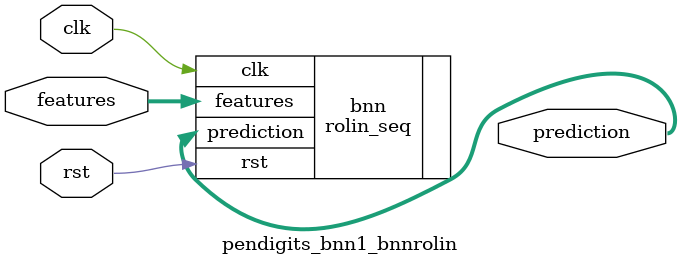
<source format=v>













module pendigits_bnn1_bnnrolin #(

parameter FEAT_CNT = 16,
parameter HIDDEN_CNT = 40,
parameter FEAT_BITS = 4,
parameter CLASS_CNT = 10,
parameter TEST_CNT = 1000


  ) (
  input clk,
  input rst,
  input [FEAT_CNT*FEAT_BITS-1:0] features,
  output [$clog2(CLASS_CNT)-1:0] prediction
  );

  localparam Weights0 = 640'b0101101001100011101101101101100110110001000001111010010111001000110110101111010101010001111100000110101111111000111000001101101000000011010100101110100101011010010010111010010010010101010110001011110100100011010011100001101100010110101111011010111110110001101100101111010110110101000010011110111110000101010111111100000110010010001111011111101111010000010100000101100101001010000110110100001111101100101100000010101110100100001101111011101011100101011010100101001111001010000111010000011100001011000000000010111100000101001110001010010100011110010010100110001001001011111110000001011011101101010100011111000001001101000110100010101101000010 ;
  localparam Weights1 = 400'b0000100000101111101101100001011000110000011110110111101011101100111100000000000001011101010001011000011110000100011101100111000000001111010000000110111100001000010010110010110110100000011111111101000010001000011011000111010110000010000010110101011011010111100111100010101011111110110001011100011000001010100011000011111010001111111000101011111010000101001111000111000011011001011111000001101001000001 ;

  rolin_seq #(.FEAT_CNT(FEAT_CNT),.FEAT_BITS(FEAT_BITS),.HIDDEN_CNT(HIDDEN_CNT),.CLASS_CNT(CLASS_CNT),.Weights0(Weights0),.Weights1(Weights1)) bnn (
    .clk(clk),
    .rst(rst),
    .features(features),
    .prediction(prediction)
  );

endmodule

</source>
